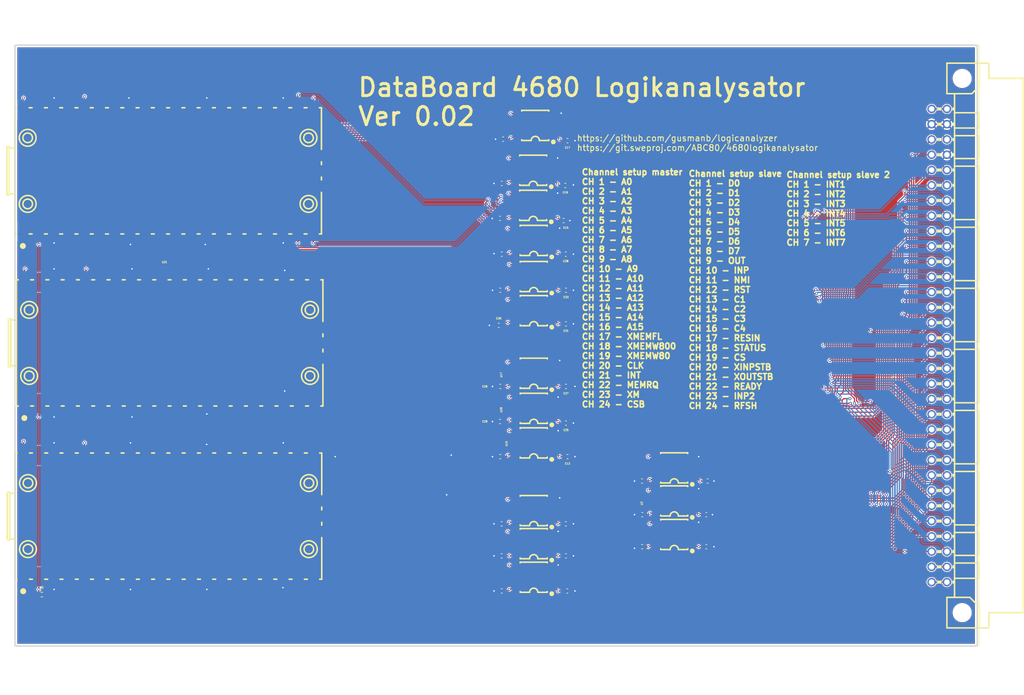
<source format=kicad_pcb>
(kicad_pcb
	(version 20241229)
	(generator "pcbnew")
	(generator_version "9.0")
	(general
		(thickness 1.509)
		(legacy_teardrops no)
	)
	(paper "A")
	(title_block
		(title "4680 LOGIC ANALYZER")
		(date "2025-08-14")
	)
	(layers
		(0 "F.Cu" signal)
		(4 "In1.Cu" signal)
		(6 "In2.Cu" signal)
		(2 "B.Cu" signal)
		(9 "F.Adhes" user "F.Adhesive")
		(11 "B.Adhes" user "B.Adhesive")
		(13 "F.Paste" user)
		(15 "B.Paste" user)
		(5 "F.SilkS" user "F.Silkscreen")
		(7 "B.SilkS" user "B.Silkscreen")
		(1 "F.Mask" user)
		(3 "B.Mask" user)
		(17 "Dwgs.User" user "User.Drawings")
		(19 "Cmts.User" user "User.Comments")
		(21 "Eco1.User" user "User.Eco1")
		(23 "Eco2.User" user "User.Eco2")
		(25 "Edge.Cuts" user)
		(27 "Margin" user)
		(31 "F.CrtYd" user "F.Courtyard")
		(29 "B.CrtYd" user "B.Courtyard")
		(35 "F.Fab" user)
		(33 "B.Fab" user)
		(39 "User.1" user "Board Edge")
	)
	(setup
		(stackup
			(layer "F.SilkS"
				(type "Top Silk Screen")
			)
			(layer "F.Paste"
				(type "Top Solder Paste")
			)
			(layer "F.Mask"
				(type "Top Solder Mask")
				(thickness 0.01)
			)
			(layer "F.Cu"
				(type "copper")
				(thickness 0.035)
			)
			(layer "dielectric 1"
				(type "core")
				(thickness 0.019)
				(material "unknown")
				(epsilon_r 3.9)
				(loss_tangent 0.02)
			)
			(layer "In1.Cu"
				(type "copper")
				(thickness 0.0175)
			)
			(layer "dielectric 2"
				(type "core")
				(thickness 0.1)
				(material "unknown")
				(epsilon_r 4.05)
				(loss_tangent 0.02)
			)
			(layer "In2.Cu"
				(type "copper")
				(thickness 0.0175)
			)
			(layer "dielectric 3"
				(type "core")
				(thickness 1.265)
				(material "unknown")
				(epsilon_r 4.26)
				(loss_tangent 0.02)
			)
			(layer "B.Cu"
				(type "copper")
				(thickness 0.035)
			)
			(layer "B.Mask"
				(type "Bottom Solder Mask")
				(thickness 0.01)
			)
			(layer "B.Paste"
				(type "Bottom Solder Paste")
			)
			(layer "B.SilkS"
				(type "Bottom Silk Screen")
			)
			(copper_finish "None")
			(dielectric_constraints no)
		)
		(pad_to_mask_clearance 0)
		(allow_soldermask_bridges_in_footprints no)
		(tenting front back)
		(pcbplotparams
			(layerselection 0x00000000_00000000_55555555_5555f5af)
			(plot_on_all_layers_selection 0x00000000_00000000_00000000_00000000)
			(disableapertmacros no)
			(usegerberextensions yes)
			(usegerberattributes no)
			(usegerberadvancedattributes no)
			(creategerberjobfile no)
			(dashed_line_dash_ratio 12.000000)
			(dashed_line_gap_ratio 3.000000)
			(svgprecision 6)
			(plotframeref no)
			(mode 1)
			(useauxorigin no)
			(hpglpennumber 1)
			(hpglpenspeed 20)
			(hpglpendiameter 15.000000)
			(pdf_front_fp_property_popups yes)
			(pdf_back_fp_property_popups yes)
			(pdf_metadata yes)
			(pdf_single_document no)
			(dxfpolygonmode yes)
			(dxfimperialunits yes)
			(dxfusepcbnewfont yes)
			(psnegative no)
			(psa4output no)
			(plot_black_and_white yes)
			(sketchpadsonfab no)
			(plotpadnumbers no)
			(hidednponfab no)
			(sketchdnponfab yes)
			(crossoutdnponfab yes)
			(subtractmaskfromsilk yes)
			(outputformat 1)
			(mirror no)
			(drillshape 0)
			(scaleselection 1)
			(outputdirectory "output/")
		)
	)
	(net 0 "")
	(net 1 "/~{MEMRQ}")
	(net 2 "/EXT_CHAIN")
	(net 3 "/~{INP2}")
	(net 4 "/~{RFSH}")
	(net 5 "/~{CSB}")
	(net 6 "/X_A2")
	(net 7 "unconnected-(U1-NC1-Pad9)")
	(net 8 "/X_A1")
	(net 9 "/X_A0")
	(net 10 "unconnected-(U1-NC0-Pad6)")
	(net 11 "/X_A3")
	(net 12 "unconnected-(U2-NC1-Pad9)")
	(net 13 "unconnected-(U2-NC0-Pad6)")
	(net 14 "unconnected-(U3-NC0-Pad6)")
	(net 15 "unconnected-(U3-NC1-Pad9)")
	(net 16 "unconnected-(U4-NC0-Pad6)")
	(net 17 "unconnected-(U4-NC1-Pad9)")
	(net 18 "unconnected-(U5-NC1-Pad9)")
	(net 19 "unconnected-(U5-NC0-Pad6)")
	(net 20 "/X_A7")
	(net 21 "/X_A4")
	(net 22 "unconnected-(U6-NC0-Pad6)")
	(net 23 "/X_A6")
	(net 24 "unconnected-(U6-NC1-Pad9)")
	(net 25 "/X_A5")
	(net 26 "unconnected-(U7-SWCLK-Pad41)")
	(net 27 "unconnected-(U7-VSYS-Pad39)")
	(net 28 "unconnected-(U7-ADC_VREF-Pad35)")
	(net 29 "unconnected-(U7-RUN-Pad30)")
	(net 30 "unconnected-(U7-P_3V3_EN-Pad37)")
	(net 31 "unconnected-(U7-SWDIO-Pad43)")
	(net 32 "unconnected-(U7-GND8-Pad42)")
	(net 33 "unconnected-(U8-NC1-Pad9)")
	(net 34 "unconnected-(U8-NC0-Pad6)")
	(net 35 "unconnected-(U9-NC1-Pad9)")
	(net 36 "unconnected-(U9-NC0-Pad6)")
	(net 37 "unconnected-(U10-NC0-Pad6)")
	(net 38 "unconnected-(U10-NC1-Pad9)")
	(net 39 "unconnected-(U11-NC0-Pad6)")
	(net 40 "unconnected-(U11-NC1-Pad9)")
	(net 41 "unconnected-(U12-NC0-Pad6)")
	(net 42 "unconnected-(U12-NC1-Pad9)")
	(net 43 "unconnected-(U13-NC0-Pad6)")
	(net 44 "unconnected-(U13-NC1-Pad9)")
	(net 45 "unconnected-(U14-SWDIO-Pad43)")
	(net 46 "unconnected-(U14-VSYS-Pad39)")
	(net 47 "unconnected-(U14-GND8-Pad42)")
	(net 48 "unconnected-(U14-RUN-Pad30)")
	(net 49 "unconnected-(U14-SWCLK-Pad41)")
	(net 50 "unconnected-(U14-P_3V3_EN-Pad37)")
	(net 51 "unconnected-(U14-ADC_VREF-Pad35)")
	(net 52 "/~{X_C3}")
	(net 53 "GND")
	(net 54 "/A5")
	(net 55 "/~{XMEMFL}")
	(net 56 "/~{NMI}")
	(net 57 "/~{C4}")
	(net 58 "/~{RST}")
	(net 59 "/ABC_-12V")
	(net 60 "/~{STATUS}")
	(net 61 "/~{CS}")
	(net 62 "/~{RESIN}")
	(net 63 "/~{C3}")
	(net 64 "/A11")
	(net 65 "/A1")
	(net 66 "/~{XM}")
	(net 67 "/~{OUT}")
	(net 68 "/~{INP}")
	(net 69 "/A7")
	(net 70 "/A9")
	(net 71 "/~{XOUTSTB}")
	(net 72 "/A0")
	(net 73 "/A6")
	(net 74 "/A2")
	(net 75 "/A10")
	(net 76 "/D5")
	(net 77 "/D6")
	(net 78 "/~{C2}")
	(net 79 "/A15")
	(net 80 "/A12")
	(net 81 "/D4")
	(net 82 "/~{INT}")
	(net 83 "/D3")
	(net 84 "/ABC_12V")
	(net 85 "/READY")
	(net 86 "/A14")
	(net 87 "/D0")
	(net 88 "/~{XINPSTB}")
	(net 89 "/A8")
	(net 90 "/D7")
	(net 91 "/A4")
	(net 92 "/D2")
	(net 93 "/A3")
	(net 94 "/~{C1}")
	(net 95 "/A13")
	(net 96 "/D1")
	(net 97 "/~{XMEMW800}")
	(net 98 "/~{XMEMW80}")
	(net 99 "/~{X_C2}")
	(net 100 "/~{X_C1}")
	(net 101 "/~{X_C4}")
	(net 102 "/~{X_OUT}")
	(net 103 "/~{X_NMI}")
	(net 104 "/~{X_INP}")
	(net 105 "/~{X_XM}")
	(net 106 "unconnected-(U15-NC0-Pad6)")
	(net 107 "unconnected-(U15-NC1-Pad9)")
	(net 108 "unconnected-(U17-NC1-Pad9)")
	(net 109 "unconnected-(U17-NC0-Pad6)")
	(net 110 "unconnected-(U20-NC1-Pad9)")
	(net 111 "unconnected-(U20-NC0-Pad6)")
	(net 112 "unconnected-(U21-SWCLK-Pad41)")
	(net 113 "unconnected-(U21-ADC_VREF-Pad35)")
	(net 114 "unconnected-(U21-SWDIO-Pad43)")
	(net 115 "unconnected-(U21-GND8-Pad42)")
	(net 116 "unconnected-(U21-P_3V3_EN-Pad37)")
	(net 117 "unconnected-(U21-RUN-Pad30)")
	(net 118 "unconnected-(U21-VSYS-Pad39)")
	(net 119 "/~{INT2}")
	(net 120 "/~{INT1}")
	(net 121 "/~{INT4}")
	(net 122 "/~{INT3}")
	(net 123 "/3DOUT12")
	(net 124 "unconnected-(U17-A1-Pad2)")
	(net 125 "/3DOUT11")
	(net 126 "unconnected-(U17-A3-Pad4)")
	(net 127 "unconnected-(U17-A4-Pad5)")
	(net 128 "unconnected-(U17-A2-Pad3)")
	(net 129 "/3DOUT9")
	(net 130 "/3DOUT10")
	(net 131 "/~{INT5}")
	(net 132 "/~{INT7}")
	(net 133 "/3DOUT8")
	(net 134 "/~{INT6}")
	(net 135 "unconnected-(U20-A4-Pad5)")
	(net 136 "unconnected-(U21-GP20-Pad26)")
	(net 137 "unconnected-(U21-GP17-Pad22)")
	(net 138 "unconnected-(U21-GP27-Pad32)")
	(net 139 "unconnected-(U21-GP15-Pad20)")
	(net 140 "unconnected-(U21-GP18-Pad24)")
	(net 141 "unconnected-(U21-GP14-Pad19)")
	(net 142 "unconnected-(U21-GP19-Pad25)")
	(net 143 "unconnected-(U21-GP28-Pad34)")
	(net 144 "unconnected-(U21-GP26-Pad31)")
	(net 145 "unconnected-(U21-GP21-Pad27)")
	(net 146 "unconnected-(U21-GP16-Pad21)")
	(net 147 "unconnected-(U21-GP22-Pad29)")
	(net 148 "/POWER_3v3")
	(net 149 "/X_A15")
	(net 150 "/X_A14")
	(net 151 "/X_A12")
	(net 152 "/X_A13")
	(net 153 "/X_A10")
	(net 154 "/X_A9")
	(net 155 "/X_A11")
	(net 156 "/X_A8")
	(net 157 "/~{X_XMEMW80}")
	(net 158 "/CLK")
	(net 159 "/~{X_INT}")
	(net 160 "/~{X_CSB}")
	(net 161 "/~{X_RST}")
	(net 162 "/~{X_MEMRQ}")
	(net 163 "/~{X_XMEMFL}")
	(net 164 "/X_CLK")
	(net 165 "/~{X_XMEMW800}")
	(net 166 "/~{X_INT5}")
	(net 167 "/~{X_INT6}")
	(net 168 "/~{X_INT7}")
	(net 169 "/~{X_INT4}")
	(net 170 "/~{X_INT2}")
	(net 171 "/~{X_INT1}")
	(net 172 "/~{X_INT3}")
	(net 173 "/X_D1")
	(net 174 "/X_D3")
	(net 175 "/X_D2")
	(net 176 "/X_D0")
	(net 177 "/~{X_RFSH}")
	(net 178 "/X_READY")
	(net 179 "/~{X_XOUTSTB}")
	(net 180 "/~{X_INP2}")
	(net 181 "/~{X_CS}")
	(net 182 "/~{X_XINPSTB}")
	(net 183 "/~{X_RESIN}")
	(net 184 "/~{X_STATUS}")
	(net 185 "/X_D7")
	(net 186 "/X_D6")
	(net 187 "/X_D4")
	(net 188 "/X_D5")
	(net 189 "/POWER_5v")
	(footprint "4680logicanalyzer:TSSOP_14_L5_0_W4_4_P0_65_LS6_4_BL_2" (layer "F.Cu") (at 111.252 130.556 90))
	(footprint "Capacitor_SMD:C_0402_1005Metric" (layer "F.Cu") (at 116.614 98.806 180))
	(footprint "4680logicanalyzer:TSSOP_14_L5_0_W4_4_P0_65_LS6_4_BL_2" (layer "F.Cu") (at 111.252 108.204 90))
	(footprint "Capacitor_SMD:C_0402_1005Metric" (layer "F.Cu") (at 116.868 57.912 180))
	(footprint "Resistor_SMD:R_0402_1005Metric" (layer "F.Cu") (at 29.464 133.4516))
	(footprint "4680logicanalyzer:TSSOP_14_L5_0_W4_4_P0_65_LS6_4_BL_2" (layer "F.Cu") (at 111.252 80.518 90))
	(footprint "Capacitor_SMD:C_0402_1005Metric" (layer "F.Cu") (at 105.636 104.648))
	(footprint "Capacitor_SMD:C_0402_1005Metric" (layer "F.Cu") (at 129.286 125.476))
	(footprint "4680logicanalyzer:TSSOP_14_L5_0_W4_4_P0_65_LS6_4_BL_2" (layer "F.Cu") (at 134.62 123.444 90))
	(footprint "sm6uax:MAB64B" (layer "F.Cu") (at 182.5021 92))
	(footprint "Capacitor_SMD:C_0402_1005Metric" (layer "F.Cu") (at 105.946 65.024))
	(footprint "4680logicanalyzer:TSSOP_14_L5_0_W4_4_P0_65_LS6_4_BL_2" (layer "F.Cu") (at 134.614 112.3575 90))
	(footprint "4680logicanalyzer:TSSOP_14_L5_0_W4_4_P0_65_LS6_4_BL_2" (layer "F.Cu") (at 111.252 124.968 90))
	(footprint "4680logicanalyzer:COMM_SMD_L51_0_W21_0_P2_54_SC0916" (layer "F.Cu") (at 49.93 120.3871))
	(footprint "4680logicanalyzer:TSSOP_14_L5_0_W4_4_P0_65_LS6_4_BL_2"
		(layer "F.Cu")
		(uuid "3d06078a-14d2-42cc-b317-f1f6f288e531")
		(at 111.16675 62.8275 90)
		(property "Reference" "U11"
			(at -0.75 -5.4066 90)
			(layer "F.SilkS")
			(hide yes)
			(uuid "dd044490-37d7-4c1b-a7b1-094dae9cabfd")
			(effects
				(font
					(size 0.3 0.3)
					(thickness 0.075)
				)
				(justify left)
			)
		)
		(property "Value" "TXU0104PWR"
			(at -0.75 -4.4066 90)
			(layer "F.Fab")
			(hide yes)
			(uuid "b902dd05-d5ed-49b0-a80f-69bc2e2a896f")
			(effects
				(font
					(size 0.5 0.5)
					(thickness 0.1)
				)
				(justify left)
			)
		)
		(property "Datasheet" "https://www.ti.com/cn/lit/gpn/txu0104"
			(at 0 0 90)
			(layer "F.Fab")
			(hide yes)
			(uuid "3cfd9596-90a5-4480-8aef-b9761e092bb9")
			(effects
				(font
					(size 1.27 1.27)
					(thickness 0.15)
				)
			)
		)
		(property "Description" "1.08V~5.5V 4 200Mbps 1.08V~5.5V TSSOP-14  Translators / Level Shifters ROHS"
			(at 0 0 90)
			(layer "F.Fab")
			(hide yes)
			(uuid "0c854d2b-1214-42cd-9009-dac4eaa456e7")
			(effects
				(font
					(size 1.27 1.27)
					(thickness 0.15)
				)
			)
		)
		(property "Name" "shifter"
			(at 0 0 90)
			(unlocked yes)
			(layer "F.Fab")
			(hide yes)
			(uuid "a2ca74b8-8127-4edf-b858-f98c49289625")
			(effects
				(font
					(size 1 1)
					(thickness 0.15)
				)
			)
		)
		(property "Manufacturer" "Texas Instruments"
			(at 0 0 90)
			(unlocked yes)
			(layer "F.Fab")
			(hide yes)
			(uuid "6d2f47f9-4a41-4ddc-87b1-7b04ebb02bd4")
			(effects
				(font
					(size 1 1)
					(thickness 0.15)
				)
			)
		)
		(property "MPN" "TXU0104PWR"
			(at 0 0 90)
			(unlocked yes)
			(layer "F.Fab")
			(hide yes)
			(uuid "221cb049-21c7-4a0b-a66f-77fa49ef9057")
			(effects
				(font
					(size 1 1)
					(thickness 0.15)
				)
			)
		)
		(property "Reference-prefix" "U"
			(at 0 0 90)
			(unlocked yes)
			(layer "F.Fab")
			(hide yes)
			(uuid "baa74b32-f9aa-4681-9e45-9ae833886b55")
			(effects
				(font
					(size 1 1)
					(thickness 0.15)
				)
			)
		)
		(path "/bf58a4a0-b2d0-426c-8190-df902c73743a")
		(sheetname "/")
		(sheetfile "4680logicanalyzer.kicad_sch")
		(fp_line
			(start 2.5075 -2.25)
			(end 2.5075 2.25)
			(stroke
				(width 0.254)
				(type solid)
			)
			(layer "F.SilkS")
			(uuid "56d67aef-1be6-4f80-8318-b585ec633d14")
		)
		(fp_line
			(start 2.3915 -2.25)
			(end 2.5075 -2.25)
			(stroke
				(width 0.254)
				(type solid)
			)
			(layer "F.SilkS")
			(uuid "8cc359ee-072d-401f-bcad-47c5742748c7")
		)
		(fp_line
			(start -2.4925 -2.25)
			(end -2.3775 -2.25)
			(stroke
				(width 0.254)
				(type solid)
			)
			(layer "F.SilkS")
			(uuid "6ad1ace5-1183-4b8b-a192-f13f1f2497ab")
		)
		(fp_line
			(start -2.5075 -1.6)
			(end -2.5075 -2.25)
			(stroke
				(width 0.254)
				(type solid)
			)
			(layer "F.SilkS")
			(uuid "ac49b375-ec80-4531-ad03-ccc369b122d6")
		)
		(fp_line
			(start -2.5075 -0.685)
			(end -2.5075 -1.6)
			(stroke
				(width 0.254)
				(type solid)
			)
			(layer "F.SilkS")
			(uuid "83530598-a4aa-48e8-b1a0-08512d08b794")
		)
		(fp_line
			(start -2.5075 1.601)
			(end -2.5075 0.686)
			(stroke
				(width 0.254)
				(type solid)
			)
			(layer "F.SilkS")
			(uuid "01dafe02-9c7d-4970-b064-357dd28a7490")
		)
		(fp_line
			(start -2.5075 1.601)
			(end -2.5075 2.25)
			(stroke
				(width 0.254)
				(type solid)
			)
			(layer "F.SilkS")
			(uuid "da6626eb-65c7-4e19-85b0-2665e0587204")
		)
		(fp_line
			(start 2.5075 2.25)
			(end 2.3915 2.25)
			(stroke
				(width 0.254)
				(type solid)
			)
			(layer "F.SilkS")
			(uuid "33b32c4b-4cf7-44a7-8b41-f68cb849acf2")
		)
		(fp_line
			(start -2.3775 2.25)
			(end -2.4925 2.25)
			(stroke
				(width 0.254)
				(type solid)
			)
			(layer "F.SilkS")
			(uuid "35662b71-d342-4901-be59-777b905baa6d")
		)
		(fp_arc
			(start -2.5075 -0.686)
			(mid -1.8215 0)
			(end -2.5075 0.686)
			(stroke
				(width 0.254)
				(type solid)
			)
			(layer "F.SilkS")
			(uuid "4cc08b65-ce25-4c2a-8ec1-773ad6f9972d")
		)
		(fp_arc
			(start -2.5425 3)
			(mid -2.9425 3)
			(end -2.5425 3)
			(stroke
				(width 0.4)
				(type solid)
			)
			(layer "F.SilkS")
			(uuid "ae04553a-8aca-4110-bdc5-a737c819f801")
		)
		(fp_line
			(start 2.6345 -3.701)
			(end -2.6345 -3.701)
			(stroke
				(width 0.05)
				(type solid)
			)
			(layer "F.CrtYd")
			(uuid "5f2c1eed-957a-48bd-83f0-c3b454037bf6")
		)
		(fp_line
			(start -2.6345 -3.701)
			(end -2.6345 3.701)
			(stroke
				(width 0.05)
				(type solid)
			)
			(layer "F.CrtYd")
			(uuid "75363cbb-0671-4cfc-884c-da4e76197949")
		)
		(fp_line
			(start 2.6345 3.701)
			(end 2.6345 -3.701)
			(stroke
				(width 0.05)
				(type solid)
			)
			(layer "F.CrtYd")
			(uuid "7e5a6f7a-e08b-413c-9a7c-de20fb689182")
		)
		(fp_line
			(start -2.6345 3.701)
			(end 2.6345 3.701)
			(stroke
				(width 0.0
... [1731544 chars truncated]
</source>
